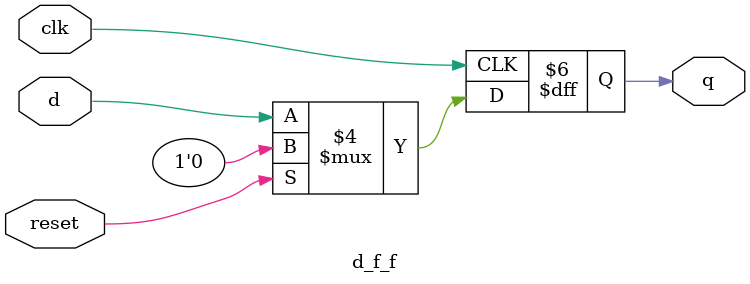
<source format=v>
`timescale 1ns / 1ps


module d_f_f(
input clk,reset,d,
output reg q
    );
   
always @(posedge clk) 

begin 
    if(reset == 1)
        q <= 0;
    else 
        q <= d;    
end    
endmodule

</source>
